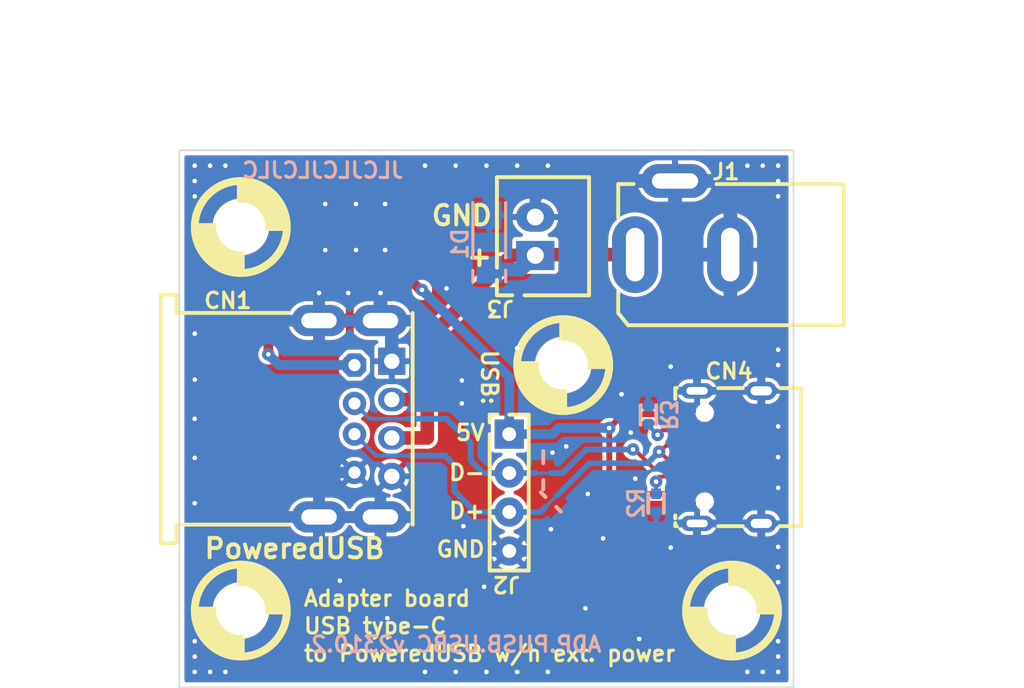
<source format=kicad_pcb>
(kicad_pcb (version 20221018) (generator pcbnew)
  (layers (0 "F.Cu" signal) (31 "B.Cu" signal) (34 "B.Paste" user) (35 "F.Paste" user) (36 "B.SilkS" user "B.Silkscreen") (37 "F.SilkS" user "F.Silkscreen") (38 "B.Mask" user) (39 "F.Mask" user) (44 "Edge.Cuts" user))
  (net 0 "")
  (net 1 "+5V")
  (net 2 "/D-")
  (net 3 "/D+")
  (net 4 "GND")
  (net 5 "VCC")
  (net 6 "Net-(CN4-CC1)")
  (net 8 "Net-(CN4-CC2)")
  (footprint "MyHeaders:HDR1X04_V" (layer "F.Cu") (at 121.4842 78.5)
    (fp_text reference "J2" (at 0.8158 9.8 180 unlocked) (layer "F.SilkS") (effects (font (size 1.016 1.016) (thickness 0.2032)) (justify left)))
    (fp_text value "USB-HDR" hide)
    (fp_line (start -1.27 -1.27) (end -1.27 -0.762) (stroke (width 0.254)) (layer "F.SilkS"))
    (fp_line (start -1.27 -1.27) (end -0.762 -1.27) (stroke (width 0.254)) (layer "F.SilkS"))
    (fp_line (start -1.27 0) (end -1.27 8.89) (stroke (width 0.254)) (layer "F.SilkS"))
    (fp_line (start -1.27 8.89) (end 1.27 8.89) (stroke (width 0.254)) (layer "F.SilkS"))
    (fp_line (start 1.27 -1.27) (end 0 -1.27) (stroke (width 0.254)) (layer "F.SilkS"))
    (fp_line (start 1.27 8.89) (end 1.27 -1.27) (stroke (width 0.254)) (layer "F.SilkS"))
    (pad "1" thru_hole rect (at 0 0) (size 1.905 1.905) (drill 0.9) (layers "*.Cu" "*.Mask") (net 1 "+5V"))
    (pad "2" thru_hole circle (at 0 2.54) (size 1.905 1.905) (drill 0.9) (layers "*.Cu" "*.Mask") (net 2 "/D-"))
    (pad "3" thru_hole circle (at 0 5.08) (size 1.905 1.905) (drill 0.9) (layers "*.Cu" "*.Mask") (net 3 "/D+"))
    (pad "4" thru_hole circle (at 0 7.62) (size 1.905 1.905) (drill 0.9) (layers "*.Cu" "*.Mask") (net 4 "GND"))
  )
  (footprint "MyMechanicals:MHOLE-3.2MM" (layer "F.Cu") (at 136 90)
    (fp_text reference "MH4" hide)
    (fp_text value "M3" hide)
    (fp_line (start 0 0) (end -2.794 0) (stroke (width 0.508)) (layer "F.SilkS"))
    (fp_line (start 0 0) (end -2.794 0.254) (stroke (width 0.508)) (layer "F.SilkS"))
    (fp_line (start 0 0) (end -2.794 0.508) (stroke (width 0.508)) (layer "F.SilkS"))
    (fp_line (start 0 0) (end -2.794 0.762) (stroke (width 0.508)) (layer "F.SilkS"))
    (fp_line (start 0 0) (end -2.54 1.016) (stroke (width 0.508)) (layer "F.SilkS"))
    (fp_line (start 0 0) (end -2.54 1.27) (stroke (width 0.508)) (layer "F.SilkS"))
    (fp_line (start 0 0) (end -2.286 1.524) (stroke (width 0.508)) (layer "F.SilkS"))
    (fp_line (start 0 0) (end -2.032 1.778) (stroke (width 0.508)) (layer "F.SilkS"))
    (fp_line (start 0 0) (end -1.778 2.032) (stroke (width 0.508)) (layer "F.SilkS"))
    (fp_line (start 0 0) (end -1.524 2.286) (stroke (width 0.508)) (layer "F.SilkS"))
    (fp_line (start 0 0) (end -1.27 2.54) (stroke (width 0.508)) (layer "F.SilkS"))
    (fp_line (start 0 0) (end -1.016 2.54) (stroke (width 0.508)) (layer "F.SilkS"))
    (fp_line (start 0 0) (end -0.762 2.54) (stroke (width 0.508)) (layer "F.SilkS"))
    (fp_line (start 0 0) (end -0.508 2.794) (stroke (width 0.508)) (layer "F.SilkS"))
    (fp_line (start 0 0) (end 0 -2.794) (stroke (width 0.508)) (layer "F.SilkS"))
    (fp_line (start 0 0) (end 0 2.794) (stroke (width 0.508)) (layer "F.SilkS"))
    (fp_line (start 0 0) (end 0.508 -2.794) (stroke (width 0.508)) (layer "F.SilkS"))
    (fp_line (start 0 0) (end 0.762 -2.794) (stroke (width 0.508)) (layer "F.SilkS"))
    (fp_line (start 0 0) (end 1.016 -2.54) (stroke (width 0.508)) (layer "F.SilkS"))
    (fp_line (start 0 0) (end 1.524 -2.54) (stroke (width 0.508)) (layer "F.SilkS"))
    (fp_line (start 0 0) (end 1.778 -2.286) (stroke (width 0.508)) (layer "F.SilkS"))
    (fp_line (start 0 0) (end 2.032 -2.032) (stroke (width 0.508)) (layer "F.SilkS"))
    (fp_line (start 0 0) (end 2.286 -1.778) (stroke (width 0.508)) (layer "F.SilkS"))
    (fp_line (start 0 0) (end 2.54 -1.524) (stroke (width 0.508)) (layer "F.SilkS"))
    (fp_line (start 0 0) (end 2.54 -1.016) (stroke (width 0.508)) (layer "F.SilkS"))
    (fp_line (start 0 0) (end 2.794 -0.762) (stroke (width 0.508)) (layer "F.SilkS"))
    (fp_line (start 0 0) (end 2.794 -0.254) (stroke (width 0.508)) (layer "F.SilkS"))
    (fp_line (start 0 0) (end 2.794 0) (stroke (width 0.508)) (layer "F.SilkS"))
    (fp_circle (center 0 0) (end 3 0) (stroke (width 0.508)) (fill none) (layer "F.SilkS"))
    (pad "" np_thru_hole circle (at 0 0) (size 3.2 3.2) (drill 3.2) (layers "F&B.Cu" "*.Mask"))
  )
  (footprint "MyConn-USB:AMP_55917-500LF" (layer "F.Cu") (at 109.095 71.1 -90)
    (fp_text reference "CN1" (at -1.3 7.595 unlocked) (layer "F.SilkS") (effects (font (size 1.016 1.016) (thickness 0.2032)) (justify left)))
    (fp_text value "PoweredUSB 12V" hide)
    (fp_line (start -1.7 9.3) (end -0.5 9.3) (stroke (width 0.254)) (layer "F.SilkS"))
    (fp_line (start -1.7 10.3) (end -1.7 9.3) (stroke (width 0.254)) (layer "F.SilkS"))
    (fp_line (start -1.7 10.3) (end 14.5 10.3) (stroke (width 0.254)) (layer "F.SilkS"))
    (fp_line (start -0.5 -6.1) (end 13.3 -6.1) (stroke (width 0.254)) (layer "F.SilkS"))
    (fp_line (start -0.5 2) (end -0.5 9.3) (stroke (width 0.254)) (layer "F.SilkS"))
    (fp_line (start 13.3 2) (end 13.3 9.3) (stroke (width 0.254)) (layer "F.SilkS"))
    (fp_line (start 14.5 9.3) (end 13.3 9.3) (stroke (width 0.254)) (layer "F.SilkS"))
    (fp_line (start 14.5 10.3) (end 14.5 9.3) (stroke (width 0.254)) (layer "F.SilkS"))
    (pad "1" thru_hole roundrect (at 2.9 -2.31 270) (size 1.524 1.524) (drill 0.8) (layers "*.Cu" "*.Mask") (roundrect_rratio 0) (chamfer_ratio 0.25) (chamfer top_left top_right bottom_left bottom_right) (net 1 "+5V"))
    (pad "2" thru_hole circle (at 5.4 -2.31 270) (size 1.524 1.524) (drill 0.8) (layers "*.Cu" "*.Mask") (net 2 "/D-"))
    (pad "3" thru_hole circle (at 7.4 -2.31 270) (size 1.524 1.524) (drill 0.8) (layers "*.Cu" "*.Mask") (net 3 "/D+"))
    (pad "4" thru_hole circle (at 9.9 -2.31 270) (size 1.524 1.524) (drill 0.8) (layers "*.Cu" "*.Mask") (net 4 "GND"))
    (pad "5" thru_hole rect (at 2.65 -4.74 270) (size 1.778 1.778) (drill 1) (layers "*.Cu" "*.Mask") (net 4 "GND"))
    (pad "6" thru_hole oval (at 5.15 -4.74 270) (size 1.524 1.778) (drill 1) (layers "*.Cu" "*.Mask") (net 5 "VCC"))
    (pad "7" thru_hole oval (at 7.65 -4.74 270) (size 1.524 1.778) (drill 1) (layers "*.Cu" "*.Mask") (net 5 "VCC"))
    (pad "8" thru_hole circle (at 10.15 -4.74 270) (size 1.778 1.778) (drill 1) (layers "*.Cu" "*.Mask") (net 4 "GND"))
    (pad "S" thru_hole oval (at 0 -4 270) (size 2.032 3.556) (drill oval 1 2.3114) (layers "*.Cu" "*.Mask") (net 4 "GND"))
    (pad "S" thru_hole oval (at 0 0 270) (size 2.032 3.556) (drill oval 1 2.3114) (layers "*.Cu" "*.Mask") (net 4 "GND"))
    (pad "S" thru_hole oval (at 12.8 -4 270) (size 2.032 3.556) (drill oval 1 2.3114) (layers "*.Cu" "*.Mask") (net 4 "GND"))
    (pad "S" thru_hole oval (at 12.8 0 270) (size 2.032 3.556) (drill oval 1 2.3114) (layers "*.Cu" "*.Mask") (net 4 "GND"))
  )
  (footprint "MyConnectors:DC_POWER" (layer "F.Cu") (at 135.8842 66.8 180)
    (fp_text reference "J1" (at -0.7158 5.4 unlocked) (layer "F.SilkS") (effects (font (size 1.016 1.016) (thickness 0.2032) bold) (justify right)))
    (fp_text value "12V 5,5/2,5(2,1)" hide)
    (fp_line (start -7.4 -4.6) (end 6.654 -4.6) (stroke (width 0.254)) (layer "F.SilkS"))
    (fp_line (start -7.4 4.6) (end -7.4 -4.6) (stroke (width 0.254)) (layer "F.SilkS"))
    (fp_line (start 0.9 4.6) (end -7.4 4.6) (stroke (width 0.254)) (layer "F.SilkS"))
    (fp_line (start 6.654 -4.6) (end 7.3 -3.81) (stroke (width 0.254)) (layer "F.SilkS"))
    (fp_line (start 7.3 -3.81) (end 7.3 -2.4) (stroke (width 0.254)) (layer "F.SilkS"))
    (fp_line (start 7.3 2.4) (end 7.3 4.6) (stroke (width 0.254)) (layer "F.SilkS"))
    (fp_line (start 7.3 4.6) (end 6.3 4.6) (stroke (width 0.254)) (layer "F.SilkS"))
    (pad "1" thru_hole oval (at 6.2 0 180) (size 3 5) (drill oval 1.2 3.5) (layers "*.Cu" "*.Mask") (net 5 "VCC"))
    (pad "2" thru_hole oval (at 0 0 180) (size 3 5) (drill oval 1.2 3.5) (layers "*.Cu" "*.Mask") (net 4 "GND"))
    (pad "3" thru_hole oval (at 3.6 4.8 180) (size 4.4 2.2) (drill oval 3 1) (layers "*.Cu" "*.Mask") (net 4 "GND"))
  )
  (footprint "MyMechanicals:MHOLE-3.2MM" (layer "F.Cu") (at 104 90)
    (fp_text reference "MH2" hide)
    (fp_text value "M3" hide)
    (fp_line (start 0 0) (end -2.794 0) (stroke (width 0.508)) (layer "F.SilkS"))
    (fp_line (start 0 0) (end -2.794 0.254) (stroke (width 0.508)) (layer "F.SilkS"))
    (fp_line (start 0 0) (end -2.794 0.508) (stroke (width 0.508)) (layer "F.SilkS"))
    (fp_line (start 0 0) (end -2.794 0.762) (stroke (width 0.508)) (layer "F.SilkS"))
    (fp_line (start 0 0) (end -2.54 1.016) (stroke (width 0.508)) (layer "F.SilkS"))
    (fp_line (start 0 0) (end -2.54 1.27) (stroke (width 0.508)) (layer "F.SilkS"))
    (fp_line (start 0 0) (end -2.286 1.524) (stroke (width 0.508)) (layer "F.SilkS"))
    (fp_line (start 0 0) (end -2.032 1.778) (stroke (width 0.508)) (layer "F.SilkS"))
    (fp_line (start 0 0) (end -1.778 2.032) (stroke (width 0.508)) (layer "F.SilkS"))
    (fp_line (start 0 0) (end -1.524 2.286) (stroke (width 0.508)) (layer "F.SilkS"))
    (fp_line (start 0 0) (end -1.27 2.54) (stroke (width 0.508)) (layer "F.SilkS"))
    (fp_line (start 0 0) (end -1.016 2.54) (stroke (width 0.508)) (layer "F.SilkS"))
    (fp_line (start 0 0) (end -0.762 2.54) (stroke (width 0.508)) (layer "F.SilkS"))
    (fp_line (start 0 0) (end -0.508 2.794) (stroke (width 0.508)) (layer "F.SilkS"))
    (fp_line (start 0 0) (end 0 -2.794) (stroke (width 0.508)) (layer "F.SilkS"))
    (fp_line (start 0 0) (end 0 2.794) (stroke (width 0.508)) (layer "F.SilkS"))
    (fp_line (start 0 0) (end 0.508 -2.794) (stroke (width 0.508)) (layer "F.SilkS"))
    (fp_line (start 0 0) (end 0.762 -2.794) (stroke (width 0.508)) (layer "F.SilkS"))
    (fp_line (start 0 0) (end 1.016 -2.54) (stroke (width 0.508)) (layer "F.SilkS"))
    (fp_line (start 0 0) (end 1.524 -2.54) (stroke (width 0.508)) (layer "F.SilkS"))
    (fp_line (start 0 0) (end 1.778 -2.286) (stroke (width 0.508)) (layer "F.SilkS"))
    (fp_line (start 0 0) (end 2.032 -2.032) (stroke (width 0.508)) (layer "F.SilkS"))
    (fp_line (start 0 0) (end 2.286 -1.778) (stroke (width 0.508)) (layer "F.SilkS"))
    (fp_line (start 0 0) (end 2.54 -1.524) (stroke (width 0.508)) (layer "F.SilkS"))
    (fp_line (start 0 0) (end 2.54 -1.016) (stroke (width 0.508)) (layer "F.SilkS"))
    (fp_line (start 0 0) (end 2.794 -0.762) (stroke (width 0.508)) (layer "F.SilkS"))
    (fp_line (start 0 0) (end 2.794 -0.254) (stroke (width 0.508)) (layer "F.SilkS"))
    (fp_line (start 0 0) (end 2.794 0) (stroke (width 0.508)) (layer "F.SilkS"))
    (fp_circle (center 0 0) (end 3 0) (stroke (width 0.508)) (fill none) (layer "F.SilkS"))
    (pad "" np_thru_hole circle (at 0 0) (size 3.2 3.2) (drill 3.2) (layers "F&B.Cu" "*.Mask"))
  )
  (footprint "MyMechanicals:MHOLE-3.2MM" (layer "F.Cu") (at 104 65)
    (fp_text reference "MH1" hide)
    (fp_text value "M3" hide)
    (fp_line (start 0 0) (end -2.794 0) (stroke (width 0.508)) (layer "F.SilkS"))
    (fp_line (start 0 0) (end -2.794 0.254) (stroke (width 0.508)) (layer "F.SilkS"))
    (fp_line (start 0 0) (end -2.794 0.508) (stroke (width 0.508)) (layer "F.SilkS"))
    (fp_line (start 0 0) (end -2.794 0.762) (stroke (width 0.508)) (layer "F.SilkS"))
    (fp_line (start 0 0) (end -2.54 1.016) (stroke (width 0.508)) (layer "F.SilkS"))
    (fp_line (start 0 0) (end -2.54 1.27) (stroke (width 0.508)) (layer "F.SilkS"))
    (fp_line (start 0 0) (end -2.286 1.524) (stroke (width 0.508)) (layer "F.SilkS"))
    (fp_line (start 0 0) (end -2.032 1.778) (stroke (width 0.508)) (layer "F.SilkS"))
    (fp_line (start 0 0) (end -1.778 2.032) (stroke (width 0.508)) (layer "F.SilkS"))
    (fp_line (start 0 0) (end -1.524 2.286) (stroke (width 0.508)) (layer "F.SilkS"))
    (fp_line (start 0 0) (end -1.27 2.54) (stroke (width 0.508)) (layer "F.SilkS"))
    (fp_line (start 0 0) (end -1.016 2.54) (stroke (width 0.508)) (layer "F.SilkS"))
    (fp_line (start 0 0) (end -0.762 2.54) (stroke (width 0.508)) (layer "F.SilkS"))
    (fp_line (start 0 0) (end -0.508 2.794) (stroke (width 0.508)) (layer "F.SilkS"))
    (fp_line (start 0 0) (end 0 -2.794) (stroke (width 0.508)) (layer "F.SilkS"))
    (fp_line (start 0 0) (end 0 2.794) (stroke (width 0.508)) (layer "F.SilkS"))
    (fp_line (start 0 0) (end 0.508 -2.794) (stroke (width 0.508)) (layer "F.SilkS"))
    (fp_line (start 0 0) (end 0.762 -2.794) (stroke (width 0.508)) (layer "F.SilkS"))
    (fp_line (start 0 0) (end 1.016 -2.54) (stroke (width 0.508)) (layer "F.SilkS"))
    (fp_line (start 0 0) (end 1.524 -2.54) (stroke (width 0.508)) (layer "F.SilkS"))
    (fp_line (start 0 0) (end 1.778 -2.286) (stroke (width 0.508)) (layer "F.SilkS"))
    (fp_line (start 0 0) (end 2.032 -2.032) (stroke (width 0.508)) (layer "F.SilkS"))
    (fp_line (start 0 0) (end 2.286 -1.778) (stroke (width 0.508)) (layer "F.SilkS"))
    (fp_line (start 0 0) (end 2.54 -1.524) (stroke (width 0.508)) (layer "F.SilkS"))
    (fp_line (start 0 0) (end 2.54 -1.016) (stroke (width 0.508)) (layer "F.SilkS"))
    (fp_line (start 0 0) (end 2.794 -0.762) (stroke (width 0.508)) (layer "F.SilkS"))
    (fp_line (start 0 0) (end 2.794 -0.254) (stroke (width 0.508)) (layer "F.SilkS"))
    (fp_line (start 0 0) (end 2.794 0) (stroke (width 0.508)) (layer "F.SilkS"))
    (fp_circle (center 0 0) (end 3 0) (stroke (width 0.508)) (fill none) (layer "F.SilkS"))
    (pad "" np_thru_hole circle (at 0 0) (size 3.2 3.2) (drill 3.2) (layers "F&B.Cu" "*.Mask"))
  )
  (footprint "MyConn-USB:USBC-F-USB2-16P" (layer "F.Cu") (at 137.9 80 90)
    (fp_text reference "CN4" (at 5.6 -2.1 unlocked) (layer "F.SilkS") (effects (font (size 1.016 1.016) (thickness 0.2032))))
    (fp_text value "USB-C-USB2.0-16P" hide)
    (fp_line (start -4.5 -5.6) (end -4.5 -5.5) (stroke (width 0.254)) (layer "F.SilkS"))
    (fp_line (start -4.5 -5.6) (end -4.3 -5.6) (stroke (width 0.254)) (layer "F.SilkS"))
    (fp_line (start -4.5 -1.2) (end -4.5 -2.8) (stroke (width 0.254)) (layer "F.SilkS"))
    (fp_line (start -4.5 2.6) (end -4.5 1.2) (stroke (width 0.254)) (layer "F.SilkS"))
    (fp_line (start -4.5 2.6) (end 4.5 2.6) (stroke (width 0.254)) (layer "F.SilkS"))
    (fp_line (start -4 -5.6) (end -3.8 -5.6) (stroke (width 0.254)) (layer "F.SilkS"))
    (fp_line (start 4.5 -5.6) (end 3.8 -5.6) (stroke (width 0.254)) (layer "F.SilkS"))
    (fp_line (start 4.5 -5.6) (end 4.5 -5.5) (stroke (width 0.254)) (layer "F.SilkS"))
    (fp_line (start 4.5 -1.2) (end 4.5 -2.8) (stroke (width 0.254)) (layer "F.SilkS"))
    (fp_line (start 4.5 2.6) (end 4.5 1.2) (stroke (width 0.254)) (layer "F.SilkS"))
    (pad "" np_thru_hole circle (at -2.89 -3.68 90) (size 0.7 0.7) (drill 0.7) (layers "F&B.Cu" "*.Mask"))
    (pad "" np_thru_hole circle (at 2.89 -3.68 90) (size 0.7 0.7) (drill 0.7) (layers "F&B.Cu" "*.Mask"))
    (pad "A1" smd rect (at -3.35 -4.9 90) (size 0.3 1.3) (layers "F.Cu" "F.Paste" "F.Mask") (net 4 "GND"))
    (pad "A4" smd rect (at -2.55 -4.9 90) (size 0.3 1.3) (layers "F.Cu" "F.Paste" "F.Mask") (net 1 "+5V"))
    (pad "A5" smd rect (at -1.25 -4.9 90) (size 0.3 1.3) (layers "F.Cu" "F.Paste" "F.Mask") (net 6 "Net-(CN4-CC1)"))
    (pad "A6" smd rect (at -0.25 -4.9 90) (size 0.3 1.3) (layers "F.Cu" "F.Paste" "F.Mask") (net 3 "/D+"))
    (pad "A7" smd rect (at 0.25 -4.9 90) (size 0.3 1.3) (layers "F.Cu" "F.Paste" "F.Mask") (net 2 "/D-"))
    (pad "A8" smd rect (at 1.25 -4.9 90) (size 0.3 1.3) (layers "F.Cu" "F.Paste" "F.Mask"))
    (pad "A9" smd rect (at 2.55 -4.9 90) (size 0.3 1.3) (layers "F.Cu" "F.Paste" "F.Mask") (net 1 "+5V"))
    (pad "A12" smd rect (at 3.35 -4.9 90) (size 0.3 1.3) (layers "F.Cu" "F.Paste" "F.Mask") (net 4 "GND"))
    (pad "B1" smd rect (at 3.05 -4.9 90) (size 0.3 1.3) (layers "F.Cu" "F.Paste" "F.Mask") (net 4 "GND"))
    (pad "B4" smd rect (at 2.25 -4.9 90) (size 0.3 1.3) (layers "F.Cu" "F.Paste" "F.Mask") (net 1 "+5V"))
    (pad "B5" smd rect (at 1.75 -4.9 90) (size 0.3 1.3) (layers "F.Cu" "F.Paste" "F.Mask") (net 8 "Net-(CN4-CC2)"))
    (pad "B6" smd rect (at 0.75 -4.9 90) (size 0.3 1.3) (layers "F.Cu" "F.Paste" "F.Mask") (net 3 "/D+"))
    (pad "B7" smd rect (at -0.75 -4.9 90) (size 0.3 1.3) (layers "F.Cu" "F.Paste" "F.Mask") (net 2 "/D-"))
    (pad "B8" smd rect (at -1.75 -4.9 90) (size 0.3 1.3) (layers "F.Cu" "F.Paste" "F.Mask"))
    (pad "B9" smd rect (at -2.25 -4.9 90) (size 0.3 1.3) (layers "F.Cu" "F.Paste" "F.Mask") (net 1 "+5V"))
    (pad "B12" smd rect (at -3.05 -4.9 90) (size 0.3 1.3) (layers "F.Cu" "F.Paste" "F.Mask") (net 4 "GND"))
    (pad "S" thru_hole oval (at -4.32 -4.18 90) (size 1 2.1) (drill oval 0.5 1.4) (layers "*.Cu" "*.Mask") (net 4 "GND"))
    (pad "S" thru_hole oval (at -4.32 0 90) (size 1.2 2) (drill oval 0.6 1.4) (layers "*.Cu" "*.Mask") (net 4 "GND"))
    (pad "S" thru_hole oval (at 4.32 -4.18 90) (size 1 2.1) (drill oval 0.5 1.4) (layers "*.Cu" "*.Mask") (net 4 "GND"))
    (pad "S" thru_hole oval (at 4.32 0 90) (size 1.2 2) (drill oval 0.6 1.4) (layers "*.Cu" "*.Mask") (net 4 "GND"))
  )
  (footprint "MyMechanicals:MHOLE-3.2MM" (layer "F.Cu") (at 125 74)
    (fp_text reference "MH3" hide)
    (fp_text value "M3" hide)
    (fp_line (start 0 0) (end -2.794 0) (stroke (width 0.508)) (layer "F.SilkS"))
    (fp_line (start 0 0) (end -2.794 0.254) (stroke (width 0.508)) (layer "F.SilkS"))
    (fp_line (start 0 0) (end -2.794 0.508) (stroke (width 0.508)) (layer "F.SilkS"))
    (fp_line (start 0 0) (end -2.794 0.762) (stroke (width 0.508)) (layer "F.SilkS"))
    (fp_line (start 0 0) (end -2.54 1.016) (stroke (width 0.508)) (layer "F.SilkS"))
    (fp_line (start 0 0) (end -2.54 1.27) (stroke (width 0.508)) (layer "F.SilkS"))
    (fp_line (start 0 0) (end -2.286 1.524) (stroke (width 0.508)) (layer "F.SilkS"))
    (fp_line (start 0 0) (end -2.032 1.778) (stroke (width 0.508)) (layer "F.SilkS"))
    (fp_line (start 0 0) (end -1.778 2.032) (stroke (width 0.508)) (layer "F.SilkS"))
    (fp_line (start 0 0) (end -1.524 2.286) (stroke (width 0.508)) (layer "F.SilkS"))
    (fp_line (start 0 0) (end -1.27 2.54) (stroke (width 0.508)) (layer "F.SilkS"))
    (fp_line (start 0 0) (end -1.016 2.54) (stroke (width 0.508)) (layer "F.SilkS"))
    (fp_line (start 0 0) (end -0.762 2.54) (stroke (width 0.508)) (layer "F.SilkS"))
    (fp_line (start 0 0) (end -0.508 2.794) (stroke (width 0.508)) (layer "F.SilkS"))
    (fp_line (start 0 0) (end 0 -2.794) (stroke (width 0.508)) (layer "F.SilkS"))
    (fp_line (start 0 0) (end 0 2.794) (stroke (width 0.508)) (layer "F.SilkS"))
    (fp_line (start 0 0) (end 0.508 -2.794) (stroke (width 0.508)) (layer "F.SilkS"))
    (fp_line (start 0 0) (end 0.762 -2.794) (stroke (width 0.508)) (layer "F.SilkS"))
    (fp_line (start 0 0) (end 1.016 -2.54) (stroke (width 0.508)) (layer "F.SilkS"))
    (fp_line (start 0 0) (end 1.524 -2.54) (stroke (width 0.508)) (layer "F.SilkS"))
    (fp_line (start 0 0) (end 1.778 -2.286) (stroke (width 0.508)) (layer "F.SilkS"))
    (fp_line (start 0 0) (end 2.032 -2.032) (stroke (width 0.508)) (layer "F.SilkS"))
    (fp_line (start 0 0) (end 2.286 -1.778) (stroke (width 0.508)) (layer "F.SilkS"))
    (fp_line (start 0 0) (end 2.54 -1.524) (stroke (width 0.508)) (layer "F.SilkS"))
    (fp_line (start 0 0) (end 2.54 -1.016) (stroke (width 0.508)) (layer "F.SilkS"))
    (fp_line (start 0 0) (end 2.794 -0.762) (stroke (width 0.508)) (layer "F.SilkS"))
    (fp_line (start 0 0) (end 2.794 -0.254) (stroke (width 0.508)) (layer "F.SilkS"))
    (fp_line (start 0 0) (end 2.794 0) (stroke (width 0.508)) (layer "F.SilkS"))
    (fp_circle (center 0 0) (end 3 0) (stroke (width 0.508)) (fill none) (layer "F.SilkS"))
    (pad "" np_thru_hole circle (at 0 0) (size 3.2 3.2) (drill 3.2) (layers "F&B.Cu" "*.Mask"))
  )
  (footprint "MyConn-Conn250:WG04S-2.5-02P-V" (layer "F.Cu") (at 123.1842 66.85 90)
    (fp_text reference "J3" (at -3.45 -1.2842 180 unlocked) (layer "F.SilkS") (effects (font (size 1.016 1.016) (thickness 0.2032)) (justify left)))
    (fp_text value "JST2.5-2P" hide)
    (fp_line (start -2.6 -2.5) (end -2.6 -1.5) (stroke (width 0.254)) (layer "F.SilkS"))
    (fp_line (start -2.6 -2.5) (end -1.6 -2.5) (stroke (width 0.254)) (layer "F.SilkS"))
    (fp_line (start -2.6 0) (end -2.6 -0.7) (stroke (width 0.254)) (layer "F.SilkS"))
    (fp_line (start -2.6 0) (end -2.6 3.5) (stroke (width 0.254)) (layer "F.SilkS"))
    (fp_line (start -2.6 3.5) (end 5.1 3.5) (stroke (width 0.254)) (layer "F.SilkS"))
    (fp_line (start -0.8 -2.5) (end 5.1 -2.5) (stroke (width 0.254)) (layer "F.SilkS"))
    (fp_line (start 5.1 3.5) (end 5.1 -2.5) (stroke (width 0.254)) (layer "F.SilkS"))
    (pad "1" thru_hole rect (at 0 0 90) (size 1.9 2.5) (drill 1.1) (layers "*.Cu" "*.Mask") (net 5 "VCC"))
    (pad "2" thru_hole oval (at 2.5 0 90) (size 1.9 2.5) (drill 1.1) (layers "*.Cu" "*.Mask") (net 4 "GND"))
  )
  (footprint "MySMT:R_0402_HS2" (layer "B.Cu") (at 131.05 83 90)
    (fp_text reference "R2" (at 0 -1.3 90 unlocked) (layer "B.SilkS") (effects (font (size 1.016 1.016) (thickness 0.2032)) (justify mirror)))
    (fp_text value "5k1" hide)
    (fp_line (start -0.635 -0.508) (end 0.635 -0.508) (stroke (width 0.254)) (layer "B.SilkS"))
    (fp_line (start -0.635 0.508) (end 0.635 0.508) (stroke (width 0.254)) (layer "B.SilkS"))
    (pad "1" smd rect (at -0.5842 0 90) (size 0.7 0.64) (layers "B.Cu" "B.Paste" "B.Mask") (net 4 "GND"))
    (pad "2" smd rect (at 0.6096 0 90) (size 0.7 0.64) (layers "B.Cu" "B.Paste" "B.Mask") (net 6 "Net-(CN4-CC1)"))
  )
  (footprint "MySMT:R_0402_HS2" (layer "B.Cu") (at 130.55 77.25 -90)
    (fp_text reference "R3" (at 0 -1.3 -90 unlocked) (layer "B.SilkS") (effects (font (size 1.016 1.016) (thickness 0.2032)) (justify mirror)))
    (fp_text value "5k1" hide)
    (fp_line (start -0.635 -0.508) (end 0.635 -0.508) (stroke (width 0.254)) (layer "B.SilkS"))
    (fp_line (start -0.635 0.508) (end 0.635 0.508) (stroke (width 0.254)) (layer "B.SilkS"))
    (pad "1" smd rect (at -0.5842 0 270) (size 0.7 0.64) (layers "B.Cu" "B.Paste" "B.Mask") (net 4 "GND"))
    (pad "2" smd rect (at 0.6096 0 270) (size 0.7 0.64) (layers "B.Cu" "B.Paste" "B.Mask") (net 8 "Net-(CN4-CC2)"))
  )
  (footprint "MySMT:D_MiniMELF_HS" (layer "B.Cu") (at 120.1842 66 90)
    (fp_text reference "D1" (at -0.1 -1.9 90) (layer "B.SilkS") (effects (font (size 1.016 1.016) (thickness 0.2032)) (justify mirror)))
    (fp_text value "4148" hide)
    (fp_line (start -2.5908 -1.0668) (end -1.8288 -1.0668) (stroke (width 0.2032)) (layer "B.SilkS"))
    (fp_line (start -2.5654 1.0668) (end -1.8034 1.0668) (stroke (width 0.2032)) (layer "B.SilkS"))
    (fp_line (start -1.016 -1.0668) (end 2.5908 -1.0668) (stroke (width 0.2032)) (layer "B.SilkS"))
    (fp_line (start 2.5908 1.0668) (end -1.016 1.0668) (stroke (width 0.2032)) (layer "B.SilkS"))
    (pad "1" smd rect (at -1.778 0 90) (size 1.778 1.651) (layers "B.Cu" "B.Paste" "B.Mask") (net 5 "VCC"))
    (pad "2" smd rect (at 1.778 0 90) (size 1.778 1.6256) (layers "B.Cu" "B.Paste" "B.Mask") (net 4 "GND"))
  )
  (gr_line (start 123.7 81.5) (end 123.7 82.1) (stroke (width 0.254)) (layer "B.SilkS"))
  (gr_line (start 123.55 82.3) (end 123.85 82.6) (stroke (width 0.254)) (layer "B.SilkS"))
  (gr_line (start 124.55 83.25) (end 124.85 83.55) (stroke (width 0.254)) (layer "B.SilkS"))
  (gr_line (start 123.7 80.4) (end 123.7 79.6) (stroke (width 0.254)) (layer "B.SilkS"))
  (gr_line (start 100 60) (end 100 95) (stroke (width 0.1)) (layer "Edge.Cuts"))
  (gr_line (start 100 95) (end 140 95) (stroke (width 0.1)) (layer "Edge.Cuts"))
  (gr_line (start 140 95) (end 140 60) (stroke (width 0.1)) (layer "Edge.Cuts"))
  (gr_line (start 140 60) (end 100 60) (stroke (width 0.1)) (layer "Edge.Cuts"))
  (gr_text "ADP.PUSB.USBC v2310.2" (at 127.6 92.8) (layer "B.SilkS") (effects (font (size 1.016 1.016) (thickness 0.2032) bold) (justify left bottom mirror)))
  (gr_text "JLCJLCJLCJLC" (at 114.7 61.9) (layer "B.SilkS") (effects (font (size 1.016 1.016) (thickness 0.2032) bold) (justify left bottom mirror)))
  (gr_text "Adapter board" (at 108 89.8) (layer "F.SilkS") (effects (font (size 1.016 1.016) (thickness 0.2032) bold) (justify left bottom)))
  (gr_text "+" (at 120.5 67.65) (layer "F.SilkS") (effects (font (size 1.27 1.27) (thickness 0.254) bold) (justify right bottom)))
  (gr_text "to PoweredUSB w/h ext. power" (at 108 93.4) (layer "F.SilkS") (effects (font (size 1.016 1.016) (thickness 0.2032) bold) (justify left bottom)))
  (gr_text "GND" (at 120.5 65) (layer "F.SilkS") (effects (font (size 1.27 1.27) (thickness 0.254) bold) (justify right bottom)))
  (gr_text "PoweredUSB" (at 101.5 86.7) (layer "F.SilkS") (effects (font (size 1.27 1.27) (thickness 0.254) bold) (justify left bottom)))
  (gr_text "D+" (at 120 84.1) (layer "F.SilkS") (effects (font (size 1.016 1.016) (thickness 0.2032) bold) (justify right bottom)))
  (gr_text "GND" (at 120 86.6) (layer "F.SilkS") (effects (font (size 1.016 1.016) (thickness 0.2032) bold) (justify right bottom)))
  (gr_text "USB:" (at 119.6 76.7 -90) (layer "F.SilkS") (effects (font (size 1.016 1.016) (thickness 0.2032) bold) (justify right bottom)))
  (gr_text "5V" (at 120 79) (layer "F.SilkS") (effects (font (size 1.016 1.016) (thickness 0.2032) bold) (justify right bottom)))
  (gr_text "USB type-C" (at 108 91.6) (layer "F.SilkS") (effects (font (size 1.016 1.016) (thickness 0.2032) bold) (justify left bottom)))
  (gr_text "D-" (at 120 81.6) (layer "F.SilkS") (effects (font (size 1.016 1.016) (thickness 0.2032) bold) (justify right bottom)))
  (segment (start 105.795 69.405) (end 105.795 73.3) (width 0.635) (layer "F.Cu") (net 1))
  (segment (start 128 81.9) (end 128 78.1) (width 0.381) (layer "F.Cu") (net 1))
  (segment (start 133 82.55) (end 132.85 82.4) (width 0.254) (layer "F.Cu") (net 1))
  (segment (start 131.1 77.2) (end 128.9 77.2) (width 0.381) (layer "F.Cu") (net 1))
  (segment (start 131.5 82.4) (end 132.85 82.4) (width 0.381) (layer "F.Cu") (net 1))
  (segment (start 132.85 77.6) (end 131.5 77.6) (width 0.381) (layer "F.Cu") (net 1))
  (segment (start 128.5001 82.4001) (end 128 81.9) (width 0.381) (layer "F.Cu") (net 1))
  (segment (start 115.7 69.1) (end 115.8 69.1) (width 0.635) (layer "F.Cu") (net 1))
  (segment (start 114.4 67.8) (end 107.4 67.8) (width 0.635) (layer "F.Cu") (net 1))
  (segment (start 129.3501 82.4001) (end 131.4999 82.4001) (width 0.381) (layer "F.Cu") (net 1))
  (segment (start 131.4999 82.4001) (end 131.5 82.4) (width 0.381) (layer "F.Cu") (net 1))
  (segment (start 133 82.25) (end 133 82.55) (width 0.254) (layer "F.Cu") (net 1))
  (segment (start 107.4 67.8) (end 105.795 69.405) (width 0.635) (layer "F.Cu") (net 1))
  (segment (start 133 77.75) (end 133 77.45) (width 0.254) (layer "F.Cu") (net 1))
  (segment (start 133 77.75) (end 132.85 77.6) (width 0.254) (layer "F.Cu") (net 1))
  (segment (start 131.5 77.6) (end 131.1 77.2) (width 0.381) (layer "F.Cu") (net 1))
  (segment (start 115.7 69.1) (end 114.4 67.8) (width 0.635) (layer "F.Cu") (net 1))
  (segment (start 122.4842 78.5) (end 121.4842 78.5) (width 0.381) (layer "F.Cu") (net 1))
  (segment (start 128.9 77.2) (end 128 78.1) (width 0.381) (layer "F.Cu") (net 1))
  (segment (start 129.3501 82.4001) (end 128.5001 82.4001) (width 0.381) (layer "F.Cu") (net 1))
  (via (at 105.795 73.3) (size 0.8128) (drill 0.3) (layers "F.Cu" "B.Cu") (net 1))
  (via (at 128 78.1) (size 0.8128) (drill 0.3) (layers "F.Cu" "B.Cu") (net 1))
  (via (at 115.8 69.1) (size 0.8128) (drill 0.3) (layers "F.Cu" "B.Cu") (net 1))
  (segment (start 121.4842 78.5) (end 124.3 78.5) (width 0.635) (layer "B.Cu") (net 1))
  (segment (start 111.405 74) (end 106.495 74) (width 0.635) (layer "B.Cu") (net 1))
  (segment (start 115.8 69.1) (end 121.4842 74.7842) (width 0.635) (layer "B.Cu") (net 1))
  (segment (start 121.4842 74.7842) (end 121.4842 75.6) (width 0.635) (layer "B.Cu") (net 1))
  (segment (start 124.7 78.1) (end 128 78.1) (width 0.635) (layer "B.Cu") (net 1))
  (segment (start 106.495 74) (end 105.795 73.3) (width 0.635) (layer "B.Cu") (net 1))
  (segment (start 124.3 78.5) (end 124.7 78.1) (width 0.635) (layer "B.Cu") (net 1))
  (segment (start 121.4842 75.6) (end 121.4842 78.5) (width 0.635) (layer "B.Cu") (net 1))
  (segment (start 134.1 80.45) (end 134.1 80.05) (width 0.254) (layer "F.Cu") (net 2))
  (segment (start 130.9 80.75) (end 129.6 79.45) (width 0.254) (layer "F.Cu") (net 2))
  (segment (start 133.95 79.75) (end 133 79.75) (width 0.254) (layer "F.Cu") (net 2))
  (segment (start 133 80.75) (end 133.95 80.75) (width 0.254) (layer "F.Cu") (net 2))
  (segment (start 133.95 80.75) (end 134.1 80.45) (width 0.254) (layer "F.Cu") (net 2))
  (segment (start 134.1 80.05) (end 133.95 79.75) (width 0.254) (layer "F.Cu") (net 2))
  (segment (start 133 80.75) (end 130.9 80.75) (width 0.254) (layer "F.Cu") (net 2))
  (via (at 129.55 79.5) (size 0.8128) (drill 0.3) (layers "F.Cu" "B.Cu") (net 2))
  (segment (start 126.5 79.5) (end 129.55 79.5) (width 0.381) (layer "B.Cu") (net 2))
  (segment (start 112.405 77.5) (end 114.9 77.5) (width 0.254) (layer "B.Cu") (net 2))
  (segment (start 123.2 81.04) (end 124.2 81.04) (width 0.2) (layer "B.Cu") (net 2))
  (segment (start 124.2 81.04) (end 124.96 81.04) (width 0.381) (layer "B.Cu") (net 2))
  (segment (start 111.405 76.5) (end 112.405 77.5) (width 0.254) (layer "B.Cu") (net 2))
  (segment (start 117.4 77.5) (end 114.9 77.5) (width 0.381) (layer "B.Cu") (net 2))
  (segment (start 121.4842 81.04) (end 119.7842 81.04) (width 0.381) (layer "B.Cu") (net 2))
  (segment (start 118.9721 79.0721) (end 117.4 77.5) (width 0.381) (layer "B.Cu") (net 2))
  (segment (start 118.9721 80.2279) (end 118.9721 79.0721) (width 0.381) (layer "B.Cu") (net 2))
  (segment (start 121.4842 81.04) (end 123.2 81.04) (width 0.381) (layer "B.Cu") (net 2))
  (segment (start 124.96 81.04) (end 126.5 79.5) (width 0.381) (layer "B.Cu") (net 2))
  (segment (start 119.7842 81.04) (end 118.9721 80.2279) (width 0.381) (layer "B.Cu") (net 2))
  (segment (start 131.9 80.25) (end 131.5 79.85) (width 0.254) (layer "F.Cu") (net 3))
  (segment (start 131.7 79.25) (end 131.5 79.45) (width 0.254) (layer "F.Cu") (net 3))
  (segment (start 133 79.25) (end 131.7 79.25) (width 0.254) (layer "F.Cu") (net 3))
  (segment (start 133 80.25) (end 131.9 80.25) (width 0.254) (layer "F.Cu") (net 3))
  (segment (start 131.5 79.85) (end 131.5 79.45) (width 0.254) (layer "F.Cu") (net 3))
  (via (at 131.25 79.65) (size 0.8128) (drill 0.3) (layers "F.Cu" "B.Cu") (net 3))
  (segment (start 112.805 79.9) (end 115 79.9) (width 0.254) (layer "B.Cu") (net 3))
  (segment (start 117.3 79.9) (end 115 79.9) (width 0.381) (layer "B.Cu") (net 3))
  (segment (start 121.4842 83.58) (end 119.28 83.58) (width 0.381) (layer "B.Cu") (net 3))
  (segment (start 123.85 83.25) (end 123.52 83.58) (width 0.381) (layer "B.Cu") (net 3))
  (segment (start 131.25 79.65) (end 130.5 80.4) (width 0.381) (layer "B.Cu") (net 3))
  (segment (start 119.28 83.58) (end 117.9 82.2) (width 0.381) (layer "B.Cu") (net 3))
  (segment (start 111.405 78.5) (end 112.805 79.9) (width 0.254) (layer "B.Cu") (net 3))
  (segment (start 117.9 80.5) (end 117.3 79.9) (width 0.381) (layer "B.Cu") (net 3))
  (segment (start 130.5 80.4) (end 126.7 80.4) (width 0.381) (layer "B.Cu") (net 3))
  (segment (start 117.9 82.2) (end 117.9 80.5) (width 0.381) (layer "B.Cu") (net 3))
  (segment (start 123.52 83.58) (end 121.4842 83.58) (width 0.381) (layer "B.Cu") (net 3))
  (segment (start 126.7 80.4) (end 124.55 82.55) (width 0.381) (layer "B.Cu") (net 3))
  (segment (start 123.85 83.25) (end 124.55 82.55) (width 0.2) (layer "B.Cu") (net 3))
  (segment (start 109.095 71.1) (end 107.05 71.1) (width 0.762) (layer "F.Cu") (net 4))
  (segment (start 109.095 83.9) (end 109.095 85.455) (width 0.762) (layer "F.Cu") (net 4))
  (segment (start 135.8842 66.8) (end 138.0842 66.8) (width 0.889) (layer "F.Cu") (net 4))
  (segment (start 132.2842 62) (end 127.8842 62) (width 0.889) (layer "F.Cu") (net 4))
  (segment (start 113.095 83.9) (end 113.095 85.755) (width 0.762) (layer "F.Cu") (net 4))
  (segment (start 137.9 84.32) (end 133.72 84.32) (width 0.508) (layer "F.Cu") (net 4))
  (segment (start 109.095 71.1) (end 115.5 71.1) (width 0.762) (layer "F.Cu") (net 4))
  (segment (start 109.095 83.9) (end 116.2 83.9) (width 0.762) (layer "F.Cu") (net 4))
  (segment (start 133.72 84.32) (end 130.28 84.32) (width 0.508) (layer "F.Cu") (net 4))
  (segment (start 133.72 75.68) (end 133.72 74.47) (width 0.508) (layer "F.Cu") (net 4))
  (segment (start 135.8842 66.8) (end 135.8842 60.95) (width 0.889) (layer "F.Cu") (net 4))
  (segment (start 133.72 84.32) (end 133.72 85.67) (width 0.508) (layer "F.Cu") (net 4))
  (segment (start 133.72 75.68) (end 131.38 75.68) (width 0.508) (layer "F.Cu") (net 4))
  (segment (start 137.9 84.32) (end 137.9 85.6) (width 0.508) (layer "F.Cu") (net 4))
  (segment (start 132.2842 62) (end 136.8842 62) (width 0.889) (layer "F.Cu") (net 4))
  (segment (start 111.1 71.1) (end 111.1 72.4) (width 0.508) (layer "F.Cu") (net 4))
  (segment (start 109.095 83.9) (end 109.095 71.1) (width 0.762) (layer "F.Cu") (net 4))
  (segment (start 111.1 71.1) (end 111.1 70) (width 0.508) (layer "F.Cu") (net 4))
  (segment (start 135.8842 66.8) (end 133.5842 66.8) (width 0.889) (layer "F.Cu") (net 4))
  (segment (start 113.095 71.1) (end 111.1 71.1) (width 0.889) (layer "F.Cu") (net 4))
  (segment (start 137.9 75.68) (end 137.9 74.65) (width 0.508) (layer "F.Cu") (net 4))
  (segment (start 109.095 71.1) (end 109.095 69.305) (width 0.762) (layer "F.Cu") (net 4))
  (segment (start 109.095 69.305) (end 109.1 69.3) (width 0.762) (layer "F.Cu") (net 4))
  (segment (start 109.095 85.455) (end 109.095 86.105) (width 0.762) (layer "F.Cu") (net 4))
  (segment (start 137.9 84.32) (end 137.9 83.1) (width 0.508) (layer "F.Cu") (net 4))
  (segment (start 135.8842 66.8) (end 135.8842 71.6) (width 0.889) (layer "F.Cu") (net 4))
  (segment (start 137.9 75.68) (end 137.9 76.8) (width 0.508) (layer "F.Cu") (net 4))
  (segment (start 132.2842 62) (end 132.2842 63.9) (width 0.889) (layer "F.Cu") (net 4))
  (segment (start 137.9 75.68) (end 133.72 75.68) (width 0.508) (layer "F.Cu") (net 4))
  (segment (start 113.095 71.1) (end 113.095 69.305) (width 0.889) (layer "F.Cu") (net 4))
  (segment (start 111.1 71.1) (end 109.095 71.1) (width 0.889) (layer "F.Cu") (net 4))
  (segment (start 113.095 69.305) (end 113.1 69.3) (width 0.889) (layer "F.Cu") (net 4))
  (via (at 129.95 91.85) (size 0.8128) (drill 0.3) (layers "F.Cu" "B.Cu") (net 4))
  (via (at 101 94) (size 0.8128) (drill 0.3) (layers "F.Cu" "B.Cu") (net 4))
  (via (at 124 61) (size 0.8128) (drill 0.3) (layers "F.Cu" "B.Cu") (net 4))
  (via (at 125.2 79.3) (size 0.8128) (drill 0.3) (layers "F.Cu" "B.Cu") (net 4))
  (via (at 124.3 79.7) (size 0.8128) (drill 0.3) (layers "F.Cu" "B.Cu") (net 4))
  (via (at 122 61) (size 0.8128) (drill 0.3) (layers "F.Cu" "B.Cu") (net 4))
  (via (at 137 61) (size 0.8128) (drill 0.3) (layers "F.Cu" "B.Cu") (net 4))
  (via (at 109.5 63.5) (size 0.8128) (drill 0.3) (layers "F.Cu" "B.Cu") (net 4))
  (via (at 124 94) (size 0.8128) (drill 0.3) (layers "F.Cu" "B.Cu") (net 4))
  (via (at 111.5 63.5) (size 0.8128) (drill 0.3) (layers "F.Cu" "B.Cu") (net 4))
  (via (at 139 92) (size 0.8128) (drill 0.3) (layers "F.Cu" "B.Cu") (net 4))
  (via (at 103 94) (size 0.8128) (drill 0.3) (layers "F.Cu" "B.Cu") (net 4))
  (via (at 139 80) (size 0.8128) (drill 0.3) (layers "F.Cu" "B.Cu") (net 4))
  (via (at 109.1 69.3) (size 0.8128) (drill 0.3) (layers "F.Cu" "B.Cu") (net 4))
  (via (at 118.4 76.5) (size 0.8128) (drill 0.3) (layers "F.Cu" "B.Cu") (net 4))
  (via (at 126.6 82.4) (size 0.8128) (drill 0.3) (layers "F.Cu" "B.Cu") (net 4))
  (via (at 139 73) (size 0.8128) (drill 0.3) (layers "F.Cu" "B.Cu") (net 4))
  (via (at 111.5 66.5) (size 0.8128) (drill 0.3) (layers "F.Cu" "B.Cu") (net 4))
  (via (at 113.55 90.5) (size 0.8128) (drill 0.3) (layers "F.Cu" "B.Cu") (net 4))
  (via (at 118 61) (size 0.8128) (drill 0.3) (layers "F.Cu" "B.Cu") (net 4))
  (via (at 113.4 63.5) (size 0.8128) (drill 0.3) (layers "F.Cu" "B.Cu") (net 4))
  (via (at 117.4 69) (size 0.8128) (drill 0.3) (layers "F.Cu" "B.Cu") (net 4))
  (via (at 101 74.95) (size 0.8128) (drill 0.3) (layers "F.Cu" "B.Cu") (net 4))
  (via (at 139 85.85) (size 0.8128) (drill 0.3) (layers "F.Cu" "B.Cu") (net 4))
  (via (at 110.45 88.05) (size 0.8128) (drill 0.3) (layers "F.Cu" "B.Cu") (net 4))
  (via (at 101 80.05) (size 0.8128) (drill 0.3) (layers "F.Cu" "B.Cu") (net 4))
  (via (at 116 61) (size 0.8128) (drill 0.3) (layers "F.Cu" "B.Cu") (net 4))
  (via (at 139 63) (size 0.8128) (drill 0.3) (layers "F.Cu" "B.Cu") (net 4))
  (via (at 138 94) (size 0.8128) (drill 0.3) (layers "F.Cu" "B.Cu") (net 4))
  (via (at 132 85.9) (size 0.8128) (drill 0.3) (layers "F.Cu" "B.Cu") (net 4))
  (via (at 137 94) (size 0.8128) (drill 0.3) (layers "F.Cu" "B.Cu") (net 4))
  (via (at 111 69.3) (size 0.8128) (drill 0.3) (layers "F.Cu" "B.Cu") (net 4))
  (via (at 102 94) (size 0.8128) (drill 0.3) (layers "F.Cu" "B.Cu") (net 4))
  (via (at 109.5 66.5) (size 0.8128) (drill 0.3) (layers "F.Cu" "B.Cu") (net 4))
  (via (at 139 62) (size 0.8128) (drill 0.3) (layers "F.Cu" "B.Cu") (net 4))
  (via (at 139 88.15) (size 0.8128) (drill 0.3) (layers "F.Cu" "B.Cu") (net 4))
  (via (at 113.4 66.5) (size 0.8128) (drill 0.3) (layers "F.Cu" "B.Cu") (net 4))
  (via (at 122 94) (size 0.8128) (drill 0.3) (layers "F.Cu" "B.Cu") (net 4))
  (via (at 139 87.15) (size 0.8128) (drill 0.3) (layers "F.Cu" "B.Cu") (net 4))
  (via (at 126.45 89.85) (size 0.8128) (drill 0.3) (layers "F.Cu" "B.Cu") (net 4))
  (via (at 132 74.1) (size 0.8128) (drill 0.3) (layers "F.Cu" "B.Cu") (net 4))
  (via (at 120 61) (size 0.8128) (drill 0.3) (layers "F.Cu" "B.Cu") (net 4))
  (via (at 118.4 75) (size 0.8128) (drill 0.3) (layers "F.Cu" "B.Cu") (net 4))
  (via (at 139 93) (size 0.8128) (drill 0.3) (layers "F.Cu" "B.Cu") (net 4))
  (via (at 101 83) (size 0.8128) (drill 0.3) (layers "F.Cu" "B.Cu") (net 4))
  (via (at 118 94) (size 0.8128) (drill 0.3) (layers "F.Cu" "B.Cu") (net 4))
  (via (at 124.2 84.7) (size 0.8128) (drill 0.3) (layers "F.Cu" "B.Cu") (net 4))
  (via (at 101 93) (size 0.8128) (drill 0.3) (layers "F.Cu" "B.Cu") (net 4))
  (via (at 139 78) (size 0.8128) (drill 0.3) (layers "F.Cu" "B.Cu") (net 4))
  (via (at 103 61) (size 0.8128) (drill 0.3) (layers "F.Cu" "B.Cu") (net 4))
  (via (at 129.4 78.4) (size 0.8128) (drill 0.3) (layers "F.Cu" "B.Cu") (net 4))
  (via (at 101 92) (size 0.8128) (drill 0.3) (layers "F.Cu" "B.Cu") (net 4))
  (via (at 129.7 81.4) (size 0.8128) (drill 0.3) (layers "F.Cu" "B.Cu") (net 4))
  (via (at 139 74) (size 0.8128) (drill 0.3) (layers "F.Cu" "B.Cu") (net 4))
  (via (at 101 77.5) (size 0.8128) (drill 0.3) (layers "F.Cu" "B.Cu") (net 4))
  (via (at 120 94) (size 0.8128) (drill 0.3) (layers "F.Cu" "B.Cu") (net 4))
  (via (at 102 61) (size 0.8128) (drill 0.3) (layers "F.Cu" "B.Cu") (net 4))
  (via (at 139 61) (size 0.8128) (drill 0.3) (layers "F.Cu" "B.Cu") (net 4))
  (via (at 139 94) (size 0.8128) (drill 0.3) (layers "F.Cu" "B.Cu") (net 4))
  (via (at 101 61) (size 0.8128) (drill 0.3) (layers "F.Cu" "B.Cu") (net 4))
  (via (at 101 62) (size 0.8128) (drill 0.3) (layers "F.Cu" "B.Cu") (net 4))
  (via (at 101 71.95) (size 0.8128) (drill 0.3) (layers "F.Cu" "B.Cu") (net 4))
  (via (at 119.85 88.45) (size 0.8128) (drill 0.3) (layers "F.Cu" "B.Cu") (net 4))
  (via (at 122 72.9) (size 0.8128) (drill 0.3) (layers "F.Cu" "B.Cu") (net 4))
  (via (at 118.5 84.5) (size 0.8128) (drill 0.3) (layers "F.Cu" "B.Cu") (net 4))
  (via (at 101 63) (size 0.8128) (drill 0.3) (layers "F.Cu" "B.Cu") (net 4))
  (via (at 139 82) (size 0.8128) (drill 0.3) (layers "F.Cu" "B.Cu") (net 4))
  (via (at 127.6 85.3) (size 0.8128) (drill 0.3) (layers "F.Cu" "B.Cu") (net 4))
  (via (at 113.1 69.3) (size 0.8128) (drill 0.3) (layers "F.Cu" "B.Cu") (net 4))
  (via (at 128.8 75.9) (size 0.8128) (drill 0.3) (layers "F.Cu" "B.Cu") (net 4))
  (via (at 138 61) (size 0.8128) (drill 0.3) (layers "F.Cu" "B.Cu") (net 4))
  (via (at 116 94) (size 0.8128) (drill 0.3) (layers "F.Cu" "B.Cu") (net 4))
  (segment (start 123.1842 64.35) (end 123.1842 63.1) (width 0.762) (layer "B.Cu") (net 4))
  (segment (start 113.095 83.9) (end 106.05 83.9) (width 0.762) (layer "B.Cu") (net 4))
  (segment (start 117.75 85.75) (end 116.15 84.15) (width 0.762) (layer "B.Cu") (net 4))
  (segment (start 109.095 83.9) (end 109.095 81) (width 0.762) (layer "B.Cu") (net 4))
  (segment (start 109.095 71.1) (end 109.095 67.7) (width 0.762) (layer "B.Cu") (net 4))
  (segment (start 111.405 81) (end 109.095 81) (width 0.762) (layer "B.Cu") (net 4))
  (segment (start 115.75 81.25) (end 115.75 83.75) (width 0.381) (layer "B.Cu") (net 4))
  (segment (start 132.2842 62) (end 136.8842 62) (width 0.889) (layer "B.Cu") (net 4))
  (segment (start 109.095 71.1) (end 109.095 72.655) (width 0.762) (layer "B.Cu") (net 4))
  (segment (start 120.1842 64.222) (end 120.1842 61.9) (width 0.889) (layer "B.Cu") (net 4))
  (segment (start 135.8842 66.8) (end 135.8842 60.95) (width 0.889) (layer "B.Cu") (net 4))
  (segment (start 109.095 81) (end 108.295 81) (width 0.762) (layer "B.Cu") (net 4))
  (segment (start 135.8842 71.6) (end 137.3842 73.1) (width 0.889) (layer "B.Cu") (net 4))
  (segment (start 119.5042 86.12) (end 119.1342 85.75) (width 0.762) (layer "B.Cu") (net 4))
  (segment (start 133.72 75.68) (end 135.17 75.68) (width 0.508) (layer "B.Cu") (net 4))
  (segment (start 120.1842 61.9) (end 124.1842 61.9) (width 0.889) (layer "B.Cu") (net 4))
  (segment (start 113.835 73.75) (end 113.835 71.84) (width 0.889) (layer "B.Cu") (net 4))
  (segment (start 137.9 84.32) (end 136.38 84.32) (width 0.508) (layer "B.Cu") (net 4))
  (segment (start 109.095 83.9) (end 116.4 83.9) (width 0.762) (layer "B.Cu") (net 4))
  (segment (start 123.8921 62.3921) (end 124.2842 62) (width 0.889) (layer "B.Cu") (net 4))
  (segment (start 117.75 85.75) (end 119.1342 85.75) (width 0.762) (layer "B.Cu") (net 4))
  (segment (start 115.6 83.9) (end 116.4 83.9) (width 0.762) (layer "B.Cu") (net 4))
  (segment (start 113.095 83.9) (end 115.6 83.9) (width 0.762) (layer "B.Cu") (net 4))
  (segment (start 113.835 81.25) (end 115.75 81.25) (width 0.381) (layer "B.Cu") (net 4))
  (segment (start 113.095 83.9) (end 113.095 82.705) (width 0.762) (layer "B.Cu") (net 4))
  (segment (start 133.72 84.32) (end 132.28 84.32) (width 0.508) (layer "B.Cu") (net 4))
  (segment (start 137.9 84.32) (end 137.9 85.4) (width 0.508) (layer "B.Cu") (net 4))
  (segment (start 135.8842 66.8) (end 133.5842 66.8) (width 0.889) (layer "B.Cu") (net 4))
  (segment (start 113.095 83.9) (end 109.095 83.9) (width 0.762) (layer "B.Cu") (net 4))
  (segment (start 135.8842 66.8) (end 138.0842 66.8) (width 0.889) (layer "B.Cu") (net 4))
  (segment (start 121.4842 86.12) (end 124.5042 86.12) (width 0.762) (layer "B.Cu") (net 4))
  (segment (start 135.8842 66.8) (end 135.8842 71.6) (width 0.889) (layer "B.Cu") (net 4))
  (segment (start 124.7842 86.4) (end 124.5042 86.12) (width 0.381) (layer "B.Cu") (net 4))
  (segment (start 133.72 84.32) (end 135.32 84.32) (width 0.508) (layer "B.Cu") (net 4))
  (segment (start 109.095 83.9) (end 109.095 86.1) (width 0.762) (layer "B.Cu") (net 4))
  (segment (start 124.1842 61.9) (end 124.2842 62) (width 0.889) (layer "B.Cu") (net 4))
  (segment (start 109.095 71.1) (end 115.75 71.1) (width 0.762) (layer "B.Cu") (net 4))
  (segment (start 113.095 83.9) (end 113.095 86) (width 0.762) (layer "B.Cu") (net 4))
  (segment (start 137.9 75.68) (end 137.9 84.32) (width 0.508) (layer "B.Cu") (net 4))
  (segment (start 115.75 83.75) (end 115.6 83.9) (width 0.381) (layer "B.Cu") (net 4))
  (segment (start 116.4 83.9) (end 116.695 83.9) (width 0.762) (layer "B.Cu") (net 4))
  (segment (start 133.72 84.32) (end 133.72 85.47) (width 0.508) (layer "B.Cu") (net 4))
  (segment (start 133.72 75.68) (end 133.72 74.33) (width 0.508) (layer "B.Cu") (net 4))
  (segment (start 113.095 71.1) (end 113.095 68) (width 0.889) (layer "B.Cu") (net 4))
  (segment (start 137.9 75.68) (end 137.9 74.8158) (width 0.508) (layer "B.Cu") (net 4))
  (segment (start 113.835 71.84) (end 113.095 71.1) (width 0.889) (layer "B.Cu") (net 4))
  (segment (start 124.2842 62) (end 132.2842 62) (width 0.889) (layer "B.Cu") (net 4))
  (segment (start 123.1842 63.1) (end 123.8921 62.3921) (width 0.762) (layer "B.Cu") (net 4))
  (segment (start 137.9 75.68) (end 136.07 75.68) (width 0.508) (layer "B.Cu") (net 4))
  (segment (start 130.9125 80.7875) (end 130.4875 81.0125) (width 0.2032) (layer "B.Cu") (net 4))
  (segment (start 109.095 71.1) (end 107.05 71.1) (width 0.762) (layer "B.Cu") (net 4))
  (segment (start 133.72 75.68) (end 131.98 75.68) (width 0.508) (layer "B.Cu") (net 4))
  (segment (start 132.2842 62) (end 132.2842 63.9) (width 0.889) (layer "B.Cu") (net 4))
  (segment (start 121.4842 86.12) (end 119.5042 86.12) (width 0.762) (layer "B.Cu") (net 4))
  (segment (start 129.6842 66.8) (end 123.2342 66.8) (width 0.889) (layer "F.Cu") (net 5))
  (segment (start 116.145 74.6) (end 116.145 73.75) (width 0.889) (layer "F.Cu") (net 5))
  (segment (start 121.6342 66.85) (end 123.1842 66.85) (width 0.889) (layer "F.Cu") (net 5))
  (segment (start 116.145 74.6) (end 116.145 72.3392) (width 0.889) (layer "F.Cu") (net 5))
  (segment (start 116.145 76.25) (end 116.145 74.6) (width 0.889) (layer "F.Cu") (net 5))
  (segment (start 116.145 72.3392) (end 121.6342 66.85) (width 0.889) (layer "F.Cu") (net 5))
  (segment (start 123.2342 66.8) (end 123.1842 66.85) (width 0.889) (layer "F.Cu") (net 5))
  (segment (start 116.145 78.75) (end 116.145 76.25) (width 0.889) (layer "F.Cu") (net 5))
  (segment (start 116.145 76.25) (end 113.835 76.25) (width 0.889) (layer "F.Cu") (net 5))
  (segment (start 113.835 78.75) (end 116.145 78.75) (width 0.889) (layer "F.Cu") (net 5))
  (segment (start 120.2122 67.75) (end 120.1842 67.778) (width 0.762) (layer "B.Cu") (net 5))
  (segment (start 123.1842 66.85) (end 122.2562 67.778) (width 0.889) (layer "B.Cu") (net 5))
  (segment (start 122.2562 67.778) (end 120.1842 67.778) (width 0.889) (layer "B.Cu") (net 5))
  (segment (start 131.2802 81.2698) (end 132.9802 81.2698) (width 0.254) (layer "F.Cu") (net 6))
  (segment (start 131.05 81.5) (end 131.2802 81.2698) (width 0.254) (layer "F.Cu") (net 6))
  (segment (start 132.9802 81.2698) (end 133 81.25) (width 0.254) (layer "F.Cu") (net 6))
  (segment (start 131.05 81.6) (end 131.05 81.5) (width 0.254) (layer "F.Cu") (net 6))
  (via (at 131.05 81.6) (size 0.8128) (drill 0.3) (layers "F.Cu" "B.Cu") (net 6))
  (segment (start 131.05 81.6) (end 131.05 82.3904) (width 0.254) (layer "B.Cu") (net 6))
  (segment (start 133 78.25) (end 131.45 78.25) (width 0.254) (layer "F.Cu") (net 8))
  (segment (start 131.45 78.25) (end 131.15 78.55) (width 0.254) (layer "F.Cu") (net 8))
  (via (at 131.15 78.55) (size 0.8128) (drill 0.3) (layers "F.Cu" "B.Cu") (net 8))
  (segment (start 130.55 77.95) (end 131.15 78.55) (width 0.254) (layer "B.Cu") (net 8))
  (segment (start 130.55 77.8596) (end 130.55 77.95) (width 0.254) (layer "B.Cu") (net 8))
  (zone (net 4) (net_name "GND") (layers "F&B.Cu") (priority 1) (connect_pads (clearance 0.254)) (min_thickness 0.254) (fill yes (thermal_gap 0.254) (thermal_bridge_width 0.381))
    (polygon (pts (xy 100 60) (xy 140 60) (xy 140 95) (xy 100 95)))
  )
  (zone (net 0) (net_name "") (layer "B.Cu") (connect_pads (clearance 0)) (min_thickness 0.25)
    (keepout (tracks allowed) (vias allowed) (pads allowed) (copperpour not_allowed) (footprints allowed))
    (fill (thermal_gap 0.5) (thermal_bridge_width 0.5))
    (polygon (pts (xy 123 80.2) (xy 124.4 80.2) (xy 124.4 82.1) (xy 125.3 82.9) (xy 124.2 84) (xy 123.3 83.1) (xy 123 82.5)))
  )
)
</source>
